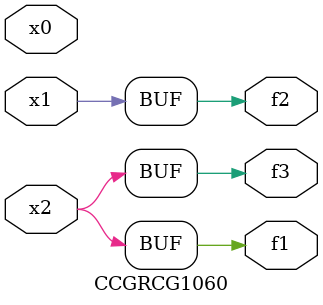
<source format=v>
module CCGRCG1060(
	input x0, x1, x2,
	output f1, f2, f3
);
	assign f1 = x2;
	assign f2 = x1;
	assign f3 = x2;
endmodule

</source>
